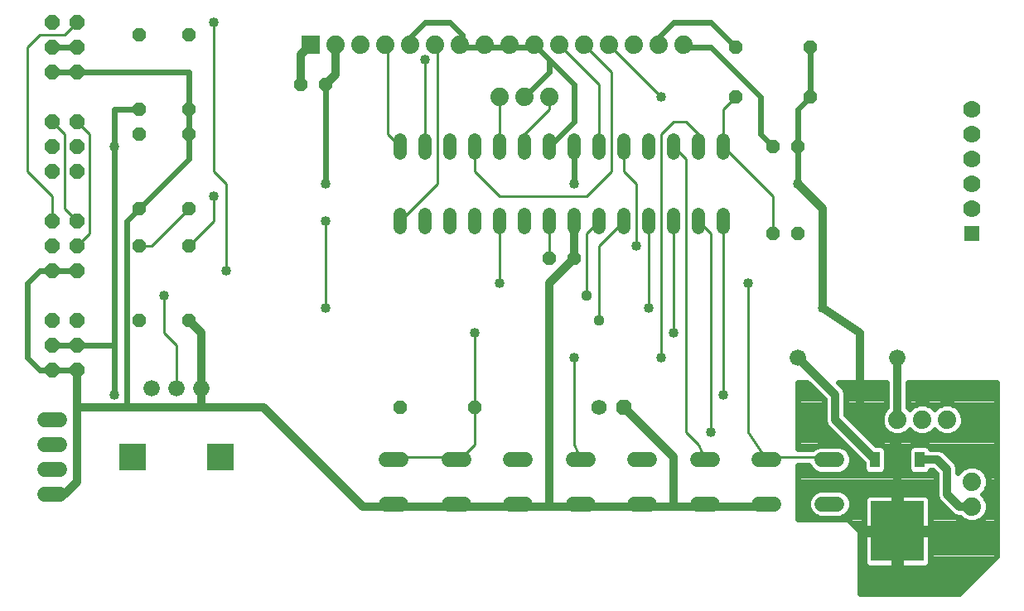
<source format=gtl>
G75*
G70*
%OFA0B0*%
%FSLAX24Y24*%
%IPPOS*%
%LPD*%
%AMOC8*
5,1,8,0,0,1.08239X$1,22.5*
%
%ADD10R,0.0740X0.0740*%
%ADD11C,0.0740*%
%ADD12C,0.0520*%
%ADD13OC8,0.0520*%
%ADD14OC8,0.0620*%
%ADD15C,0.0620*%
%ADD16C,0.0660*%
%ADD17R,0.1102X0.1102*%
%ADD18R,0.2126X0.2441*%
%ADD19R,0.0394X0.0630*%
%ADD20R,0.0594X0.0594*%
%ADD21C,0.0700*%
%ADD22C,0.0600*%
%ADD23OC8,0.0600*%
%ADD24C,0.0240*%
%ADD25C,0.0320*%
%ADD26C,0.0400*%
%ADD27C,0.0100*%
%ADD28C,0.0440*%
D10*
X019161Y028496D03*
D11*
X020161Y028496D03*
X021161Y028496D03*
X022161Y028496D03*
X023161Y028496D03*
X024161Y028496D03*
X025161Y028496D03*
X026161Y028496D03*
X027161Y028496D03*
X028161Y028496D03*
X029161Y028496D03*
X030161Y028496D03*
X031161Y028496D03*
X032161Y028496D03*
X033161Y028496D03*
X034161Y028496D03*
X028760Y026393D03*
X027760Y026393D03*
X026760Y026393D03*
X042760Y013393D03*
X043760Y013393D03*
X044760Y013393D03*
X045760Y010893D03*
X045760Y009893D03*
D12*
X035760Y021133D02*
X035760Y021653D01*
X034760Y021653D02*
X034760Y021133D01*
X033760Y021133D02*
X033760Y021653D01*
X032760Y021653D02*
X032760Y021133D01*
X031760Y021133D02*
X031760Y021653D01*
X030760Y021653D02*
X030760Y021133D01*
X029760Y021133D02*
X029760Y021653D01*
X028760Y021653D02*
X028760Y021133D01*
X027760Y021133D02*
X027760Y021653D01*
X026760Y021653D02*
X026760Y021133D01*
X025760Y021133D02*
X025760Y021653D01*
X024760Y021653D02*
X024760Y021133D01*
X023760Y021133D02*
X023760Y021653D01*
X022760Y021653D02*
X022760Y021133D01*
X022760Y024133D02*
X022760Y024653D01*
X023760Y024653D02*
X023760Y024133D01*
X024760Y024133D02*
X024760Y024653D01*
X025760Y024653D02*
X025760Y024133D01*
X026760Y024133D02*
X026760Y024653D01*
X027760Y024653D02*
X027760Y024133D01*
X028760Y024133D02*
X028760Y024653D01*
X029760Y024653D02*
X029760Y024133D01*
X030760Y024133D02*
X030760Y024653D01*
X031760Y024653D02*
X031760Y024133D01*
X032760Y024133D02*
X032760Y024653D01*
X033760Y024653D02*
X033760Y024133D01*
X034760Y024133D02*
X034760Y024653D01*
X035760Y024653D02*
X035760Y024133D01*
D13*
X037760Y024393D03*
X038760Y024393D03*
X039260Y026393D03*
X039260Y028393D03*
X036260Y028393D03*
X036260Y026393D03*
X037760Y020893D03*
X038760Y020893D03*
X029760Y019893D03*
X028760Y019893D03*
X025760Y013893D03*
X022760Y013893D03*
X014260Y017393D03*
X012260Y017393D03*
X012260Y020393D03*
X012260Y021893D03*
X014260Y021893D03*
X014260Y020393D03*
X014260Y024893D03*
X014260Y025893D03*
X012260Y025893D03*
X012260Y024893D03*
X012260Y028893D03*
X014260Y028893D03*
X018760Y026893D03*
X019760Y026893D03*
D14*
X031760Y013893D03*
D15*
X030760Y013893D03*
D16*
X038760Y015893D03*
X042760Y015893D03*
X014744Y014649D03*
X013760Y014649D03*
X012775Y014649D03*
D17*
X011988Y011893D03*
X015531Y011893D03*
D18*
X042760Y008909D03*
D19*
X043657Y011783D03*
X041862Y011783D03*
D20*
X045760Y020893D03*
D21*
X045760Y021893D03*
X045760Y022893D03*
X045760Y023893D03*
X045760Y024893D03*
X045760Y025893D03*
D22*
X009060Y010393D02*
X008460Y010393D01*
X008460Y011393D02*
X009060Y011393D01*
X009060Y012393D02*
X008460Y012393D01*
X008460Y013393D02*
X009060Y013393D01*
X022180Y011783D02*
X022780Y011783D01*
X024740Y011783D02*
X025340Y011783D01*
X027180Y011783D02*
X027780Y011783D01*
X029740Y011783D02*
X030340Y011783D01*
X032180Y011783D02*
X032780Y011783D01*
X034740Y011783D02*
X035340Y011783D01*
X037180Y011783D02*
X037780Y011783D01*
X039740Y011783D02*
X040340Y011783D01*
X040340Y010003D02*
X039740Y010003D01*
X037780Y010003D02*
X037180Y010003D01*
X035340Y010003D02*
X034740Y010003D01*
X032780Y010003D02*
X032180Y010003D01*
X030340Y010003D02*
X029740Y010003D01*
X027780Y010003D02*
X027180Y010003D01*
X025340Y010003D02*
X024740Y010003D01*
X022780Y010003D02*
X022180Y010003D01*
D23*
X009760Y015393D03*
X009760Y016393D03*
X008760Y016393D03*
X008760Y015393D03*
X008760Y017393D03*
X009760Y017393D03*
X009760Y019393D03*
X008760Y019393D03*
X008760Y020393D03*
X009760Y020393D03*
X009760Y021393D03*
X008760Y021393D03*
X008760Y023393D03*
X009760Y023393D03*
X009760Y024393D03*
X009760Y025393D03*
X008760Y025393D03*
X008760Y024393D03*
X008760Y027393D03*
X009760Y027393D03*
X009760Y028393D03*
X008760Y028393D03*
X008760Y029393D03*
X009760Y029393D03*
D24*
X009760Y028393D02*
X008760Y028393D01*
X008760Y027393D02*
X009760Y027393D01*
X014260Y027393D01*
X014260Y025893D01*
X014260Y024893D01*
X014260Y023893D01*
X012260Y021893D01*
X011760Y021393D01*
X011760Y013893D01*
X011260Y014393D02*
X011260Y016393D01*
X009760Y016393D01*
X008760Y016393D01*
X008760Y015393D02*
X008260Y015393D01*
X007760Y015893D01*
X007760Y018893D01*
X008260Y019393D01*
X008760Y019393D01*
X009760Y019393D01*
X011260Y016393D02*
X011260Y024393D01*
X011260Y025893D01*
X012260Y025893D01*
X019760Y026893D02*
X019760Y022893D01*
X023161Y028496D02*
X023161Y028795D01*
X023760Y029393D01*
X024760Y029393D01*
X025260Y028893D01*
X025260Y028594D01*
X025161Y028496D01*
X025161Y028492D01*
X025260Y028393D01*
X026260Y028393D01*
X026161Y028496D01*
X026260Y028393D02*
X027260Y028393D01*
X027161Y028496D01*
X027260Y028393D02*
X028260Y028393D01*
X028161Y028496D01*
X028260Y028393D02*
X028760Y027893D01*
X028760Y027393D01*
X027760Y026393D01*
X028760Y027893D02*
X029760Y026893D01*
X029760Y025393D01*
X028760Y024393D01*
X029760Y024393D02*
X029760Y022893D01*
X033161Y028496D02*
X033161Y028795D01*
X033760Y029393D01*
X035260Y029393D01*
X036260Y028393D01*
X035260Y028393D02*
X034260Y028393D01*
X034161Y028496D01*
X035260Y028393D02*
X037260Y026393D01*
X037260Y024893D01*
X037760Y024393D01*
X038760Y024393D02*
X038760Y022893D01*
X038760Y024393D02*
X038760Y025893D01*
X039260Y026393D01*
X039260Y028393D01*
X039137Y014893D02*
X038760Y014893D01*
X038760Y012223D01*
X039359Y012223D01*
X039411Y012275D01*
X039624Y012363D01*
X040455Y012363D01*
X040668Y012275D01*
X040831Y012112D01*
X040920Y011899D01*
X040920Y011668D01*
X040831Y011455D01*
X040668Y011292D01*
X040455Y011203D01*
X039624Y011203D01*
X039411Y011292D01*
X039248Y011455D01*
X039203Y011563D01*
X038760Y011563D01*
X038760Y009393D01*
X039543Y009393D01*
X039561Y009398D01*
X039958Y009398D01*
X039976Y009393D01*
X040760Y009393D01*
X041260Y008893D01*
X041260Y008110D01*
X041265Y008091D01*
X041265Y007695D01*
X041260Y007677D01*
X041260Y006393D01*
X045260Y006393D01*
X046760Y007893D01*
X046760Y014893D01*
X043200Y014893D01*
X043200Y013873D01*
X043260Y013813D01*
X043391Y013944D01*
X043630Y014043D01*
X043889Y014043D01*
X044128Y013944D01*
X044260Y013813D01*
X044391Y013944D01*
X044630Y014043D01*
X044889Y014043D01*
X045128Y013944D01*
X045311Y013762D01*
X045410Y013523D01*
X045410Y013264D01*
X045311Y013025D01*
X045128Y012842D01*
X044889Y012743D01*
X044630Y012743D01*
X044391Y012842D01*
X044260Y012974D01*
X044128Y012842D01*
X043889Y012743D01*
X043630Y012743D01*
X043391Y012842D01*
X043260Y012974D01*
X043128Y012842D01*
X042889Y012743D01*
X042630Y012743D01*
X042391Y012842D01*
X042208Y013025D01*
X042110Y013264D01*
X042110Y013523D01*
X042208Y013762D01*
X042320Y013873D01*
X042320Y014893D01*
X040382Y014893D01*
X040509Y014766D01*
X040633Y014643D01*
X040700Y014481D01*
X040700Y013576D01*
X041897Y012378D01*
X042114Y012378D01*
X042217Y012335D01*
X042296Y012257D01*
X042339Y012154D01*
X042339Y011412D01*
X042296Y011310D01*
X042217Y011231D01*
X042114Y011188D01*
X041609Y011188D01*
X041506Y011231D01*
X041428Y011310D01*
X041385Y011412D01*
X041385Y011646D01*
X039886Y013144D01*
X039820Y013306D01*
X039820Y014211D01*
X039137Y014893D01*
X039313Y014718D02*
X038760Y014718D01*
X038760Y014479D02*
X039551Y014479D01*
X039790Y014241D02*
X038760Y014241D01*
X038760Y014002D02*
X039820Y014002D01*
X039820Y013764D02*
X038760Y013764D01*
X038760Y013525D02*
X039820Y013525D01*
X039827Y013287D02*
X038760Y013287D01*
X038760Y013048D02*
X039982Y013048D01*
X040221Y012810D02*
X038760Y012810D01*
X038760Y012571D02*
X040459Y012571D01*
X040528Y012333D02*
X040698Y012333D01*
X040838Y012094D02*
X040936Y012094D01*
X040920Y011856D02*
X041175Y011856D01*
X041385Y011617D02*
X040899Y011617D01*
X040755Y011379D02*
X041399Y011379D01*
X041862Y011783D02*
X041862Y011791D01*
X041760Y011893D01*
X042339Y011856D02*
X043180Y011856D01*
X043180Y012094D02*
X042339Y012094D01*
X042220Y012333D02*
X043299Y012333D01*
X043302Y012335D02*
X043223Y012257D01*
X043180Y012154D01*
X043180Y011412D01*
X043223Y011310D01*
X043302Y011231D01*
X043405Y011188D01*
X043910Y011188D01*
X044013Y011231D01*
X044091Y011310D01*
X044105Y011343D01*
X044187Y011343D01*
X044320Y011211D01*
X044320Y010306D01*
X044386Y010144D01*
X044886Y009644D01*
X045010Y009520D01*
X045172Y009453D01*
X045280Y009453D01*
X045391Y009342D01*
X045630Y009243D01*
X045889Y009243D01*
X046128Y009342D01*
X046311Y009525D01*
X046410Y009764D01*
X046410Y010023D01*
X046311Y010262D01*
X046179Y010393D01*
X046311Y010525D01*
X046410Y010764D01*
X046410Y011023D01*
X046311Y011262D01*
X046128Y011444D01*
X045889Y011543D01*
X045630Y011543D01*
X045391Y011444D01*
X045208Y011262D01*
X045200Y011240D01*
X045200Y011481D01*
X045133Y011643D01*
X045009Y011766D01*
X044619Y012156D01*
X044457Y012223D01*
X044105Y012223D01*
X044091Y012257D01*
X044013Y012335D01*
X043910Y012378D01*
X043405Y012378D01*
X043302Y012335D01*
X043470Y012810D02*
X043049Y012810D01*
X042470Y012810D02*
X041465Y012810D01*
X041227Y013048D02*
X042199Y013048D01*
X042110Y013287D02*
X040988Y013287D01*
X040750Y013525D02*
X042111Y013525D01*
X042211Y013764D02*
X040700Y013764D01*
X040700Y014002D02*
X042320Y014002D01*
X042320Y014241D02*
X040700Y014241D01*
X040700Y014479D02*
X042320Y014479D01*
X042320Y014718D02*
X040557Y014718D01*
X041704Y012571D02*
X046760Y012571D01*
X046760Y012333D02*
X044015Y012333D01*
X044049Y012810D02*
X044470Y012810D01*
X045049Y012810D02*
X046760Y012810D01*
X046760Y013048D02*
X045320Y013048D01*
X045410Y013287D02*
X046760Y013287D01*
X046760Y013525D02*
X045408Y013525D01*
X045308Y013764D02*
X046760Y013764D01*
X046760Y014002D02*
X044988Y014002D01*
X044531Y014002D02*
X043988Y014002D01*
X043531Y014002D02*
X043200Y014002D01*
X043200Y014241D02*
X046760Y014241D01*
X046760Y014479D02*
X043200Y014479D01*
X043200Y014718D02*
X046760Y014718D01*
X046760Y012094D02*
X044681Y012094D01*
X044919Y011856D02*
X046760Y011856D01*
X046760Y011617D02*
X045143Y011617D01*
X045200Y011379D02*
X045326Y011379D01*
X046193Y011379D02*
X046760Y011379D01*
X046760Y011140D02*
X046361Y011140D01*
X046410Y010902D02*
X046760Y010902D01*
X046760Y010663D02*
X046368Y010663D01*
X046210Y010425D02*
X046760Y010425D01*
X046760Y010186D02*
X046342Y010186D01*
X046410Y009948D02*
X046760Y009948D01*
X046760Y009709D02*
X046387Y009709D01*
X046256Y009471D02*
X046760Y009471D01*
X046760Y009232D02*
X044093Y009232D01*
X044093Y009029D02*
X044093Y010156D01*
X044082Y010208D01*
X044062Y010257D01*
X044032Y010302D01*
X043995Y010339D01*
X043950Y010369D01*
X043901Y010389D01*
X043849Y010400D01*
X042880Y010400D01*
X042880Y009029D01*
X044093Y009029D01*
X044093Y008789D02*
X042880Y008789D01*
X042880Y009029D01*
X042640Y009029D01*
X042640Y010400D01*
X041670Y010400D01*
X041618Y010389D01*
X041569Y010369D01*
X041524Y010339D01*
X041487Y010302D01*
X041457Y010257D01*
X041437Y010208D01*
X041427Y010156D01*
X041427Y009029D01*
X042640Y009029D01*
X042640Y008789D01*
X042880Y008789D01*
X042880Y007419D01*
X043849Y007419D01*
X043901Y007429D01*
X043950Y007449D01*
X043995Y007479D01*
X044032Y007516D01*
X044062Y007561D01*
X044082Y007610D01*
X044093Y007662D01*
X044093Y008789D01*
X044093Y008755D02*
X046760Y008755D01*
X046760Y008517D02*
X044093Y008517D01*
X044093Y008278D02*
X046760Y008278D01*
X046760Y008040D02*
X044093Y008040D01*
X044093Y007801D02*
X046668Y007801D01*
X046429Y007563D02*
X044063Y007563D01*
X042880Y007563D02*
X042640Y007563D01*
X042640Y007419D02*
X041670Y007419D01*
X041618Y007429D01*
X041569Y007449D01*
X041524Y007479D01*
X041487Y007516D01*
X041457Y007561D01*
X041437Y007610D01*
X041427Y007662D01*
X041427Y008789D01*
X042640Y008789D01*
X042640Y007419D01*
X042640Y007801D02*
X042880Y007801D01*
X042880Y008040D02*
X042640Y008040D01*
X042640Y008278D02*
X042880Y008278D01*
X042880Y008517D02*
X042640Y008517D01*
X042640Y008755D02*
X042880Y008755D01*
X042880Y008994D02*
X046760Y008994D01*
X045130Y009471D02*
X044093Y009471D01*
X044093Y009709D02*
X044821Y009709D01*
X044583Y009948D02*
X044093Y009948D01*
X044086Y010186D02*
X044369Y010186D01*
X044320Y010425D02*
X040738Y010425D01*
X040668Y010495D02*
X040455Y010583D01*
X039624Y010583D01*
X039411Y010495D01*
X039248Y010332D01*
X039160Y010119D01*
X039160Y009888D01*
X039248Y009675D01*
X039411Y009512D01*
X039624Y009423D01*
X040455Y009423D01*
X040668Y009512D01*
X040831Y009675D01*
X040920Y009888D01*
X040920Y010119D01*
X040831Y010332D01*
X040668Y010495D01*
X040891Y010186D02*
X041433Y010186D01*
X041427Y009948D02*
X040920Y009948D01*
X040846Y009709D02*
X041427Y009709D01*
X041427Y009471D02*
X040570Y009471D01*
X040921Y009232D02*
X041427Y009232D01*
X041159Y008994D02*
X042640Y008994D01*
X042640Y009232D02*
X042880Y009232D01*
X042880Y009471D02*
X042640Y009471D01*
X042640Y009709D02*
X042880Y009709D01*
X042880Y009948D02*
X042640Y009948D01*
X042640Y010186D02*
X042880Y010186D01*
X043194Y011379D02*
X042325Y011379D01*
X042339Y011617D02*
X043180Y011617D01*
X044320Y011140D02*
X038760Y011140D01*
X038760Y010902D02*
X044320Y010902D01*
X044320Y010663D02*
X038760Y010663D01*
X038760Y010425D02*
X039341Y010425D01*
X039188Y010186D02*
X038760Y010186D01*
X038760Y009948D02*
X039160Y009948D01*
X039234Y009709D02*
X038760Y009709D01*
X038760Y009471D02*
X039509Y009471D01*
X041260Y008755D02*
X041427Y008755D01*
X041427Y008517D02*
X041260Y008517D01*
X041260Y008278D02*
X041427Y008278D01*
X041427Y008040D02*
X041265Y008040D01*
X041265Y007801D02*
X041427Y007801D01*
X041456Y007563D02*
X041260Y007563D01*
X041260Y007324D02*
X046191Y007324D01*
X045952Y007086D02*
X041260Y007086D01*
X041260Y006847D02*
X045714Y006847D01*
X045475Y006609D02*
X041260Y006609D01*
X039324Y011379D02*
X038760Y011379D01*
X038760Y012333D02*
X039551Y012333D01*
X032870Y010003D02*
X032480Y010003D01*
X032260Y009893D01*
X022480Y010003D02*
X022260Y009893D01*
X009760Y015393D02*
X008760Y015393D01*
X008760Y010393D02*
X009260Y010393D01*
D25*
X009760Y010893D01*
X009760Y013893D01*
X011760Y013893D01*
X014760Y013893D01*
X014744Y013909D01*
X014744Y014649D01*
X014760Y014665D01*
X014760Y016893D01*
X014260Y017393D01*
X009760Y015393D02*
X009760Y013893D01*
X014760Y013893D02*
X017260Y013893D01*
X021260Y009893D01*
X022260Y009893D01*
X022480Y010003D02*
X022760Y009893D01*
X024760Y009893D01*
X025040Y010003D01*
X025260Y009893D01*
X027260Y009893D01*
X027480Y010003D01*
X027760Y009893D01*
X028760Y009893D01*
X028760Y018893D01*
X029760Y019893D01*
X029760Y021393D01*
X038760Y022893D02*
X039760Y021893D01*
X039760Y017893D01*
X041260Y016893D01*
X041260Y013893D01*
X042760Y012393D01*
X042760Y008909D01*
X044760Y010393D02*
X045260Y009893D01*
X045760Y009893D01*
X044760Y010393D02*
X044760Y011393D01*
X044370Y011783D01*
X043657Y011783D01*
X041870Y011783D02*
X041760Y011893D01*
X040260Y013393D01*
X040260Y014393D01*
X038760Y015893D01*
X042760Y015893D02*
X042760Y013393D01*
X037480Y010003D02*
X037260Y009893D01*
X035260Y009893D01*
X035040Y010003D01*
X034760Y009893D01*
X033760Y009893D01*
X033760Y011893D01*
X031760Y013893D01*
X032480Y010003D02*
X032760Y009893D01*
X033760Y009893D01*
X032260Y009893D02*
X030260Y009893D01*
X030040Y010003D01*
X029760Y009893D01*
X028760Y009893D01*
X019760Y026893D02*
X020161Y027295D01*
X020161Y028496D01*
X019161Y028496D02*
X018760Y028094D01*
X018760Y026893D01*
D26*
X015260Y029393D03*
X011260Y024393D03*
X015260Y022393D03*
X015760Y019393D03*
X013260Y018393D03*
X011260Y014393D03*
X019760Y017893D03*
X019760Y021393D03*
X019760Y022893D03*
X023760Y027893D03*
X029760Y022893D03*
X032260Y020393D03*
X032760Y017893D03*
X033760Y016893D03*
X033260Y015893D03*
X035760Y014393D03*
X035260Y012893D03*
X029760Y015893D03*
X025760Y016893D03*
X026760Y018893D03*
X033260Y026393D03*
X038760Y022893D03*
X036760Y018893D03*
X039760Y017893D03*
D27*
X036760Y018893D02*
X036760Y012893D01*
X037480Y011783D01*
X037760Y011893D01*
X039760Y011893D01*
X040040Y011783D01*
X035760Y014393D02*
X035760Y021393D01*
X035260Y020893D02*
X034760Y021393D01*
X035260Y020893D02*
X035260Y012893D01*
X034760Y012393D02*
X034260Y012893D01*
X034260Y023893D01*
X033760Y024393D01*
X033260Y024893D02*
X033760Y025393D01*
X034260Y025393D01*
X034760Y024893D01*
X034760Y024393D01*
X035760Y024393D02*
X037760Y022393D01*
X037760Y020893D01*
X033760Y021393D02*
X033760Y016893D01*
X032760Y017893D02*
X032760Y021393D01*
X031760Y021393D02*
X030760Y020393D01*
X030760Y017393D01*
X030260Y018393D02*
X030260Y020893D01*
X030760Y021393D01*
X030260Y022393D02*
X031260Y023393D01*
X031260Y027393D01*
X030260Y028393D01*
X030161Y028496D01*
X029260Y028393D02*
X029161Y028496D01*
X029260Y028393D02*
X030760Y026893D01*
X030760Y024393D01*
X031760Y024393D02*
X031760Y023393D01*
X032260Y022893D01*
X032260Y020393D01*
X030260Y022393D02*
X026760Y022393D01*
X025760Y023393D01*
X025760Y024393D01*
X026760Y024393D02*
X026760Y026393D01*
X027760Y024893D02*
X027760Y024393D01*
X027760Y024893D02*
X028760Y025893D01*
X028760Y026393D01*
X031161Y028496D02*
X033260Y026393D01*
X033260Y024893D02*
X033260Y015893D01*
X029760Y015893D02*
X029760Y012393D01*
X030040Y011783D01*
X025760Y012393D02*
X025260Y011893D01*
X025150Y011893D01*
X025040Y011783D01*
X024760Y011893D01*
X022760Y011893D01*
X022480Y011783D01*
X025760Y012393D02*
X025760Y013893D01*
X025760Y016893D01*
X026760Y018893D02*
X026760Y021393D01*
X028760Y021393D02*
X028760Y019893D01*
X024260Y022893D02*
X024260Y028393D01*
X024161Y028496D01*
X023760Y027893D02*
X023760Y024393D01*
X022760Y024393D02*
X022260Y024893D01*
X022260Y028393D01*
X022161Y028496D01*
X024260Y022893D02*
X022760Y021393D01*
X019760Y021393D02*
X019760Y017893D01*
X015760Y019393D02*
X015760Y022893D01*
X015260Y023393D01*
X015260Y029393D01*
X009760Y029393D02*
X009260Y028893D01*
X008260Y028893D01*
X007760Y028393D01*
X007760Y023393D01*
X008760Y022393D01*
X008760Y021393D01*
X009260Y021893D02*
X009760Y021393D01*
X010260Y020893D02*
X009760Y020393D01*
X010260Y020893D02*
X010260Y024893D01*
X009760Y025393D01*
X009260Y024893D02*
X009260Y021893D01*
X012260Y020393D02*
X012760Y020393D01*
X014260Y021893D01*
X015260Y021393D02*
X015260Y022393D01*
X015260Y021393D02*
X014260Y020393D01*
X013260Y018393D02*
X013260Y016893D01*
X013760Y016393D01*
X013760Y014649D01*
X009260Y024893D02*
X008760Y025393D01*
X034760Y012393D02*
X035040Y011783D01*
X035760Y024393D02*
X035760Y025893D01*
X036260Y026393D01*
D28*
X030260Y018393D03*
X030760Y017393D03*
M02*

</source>
